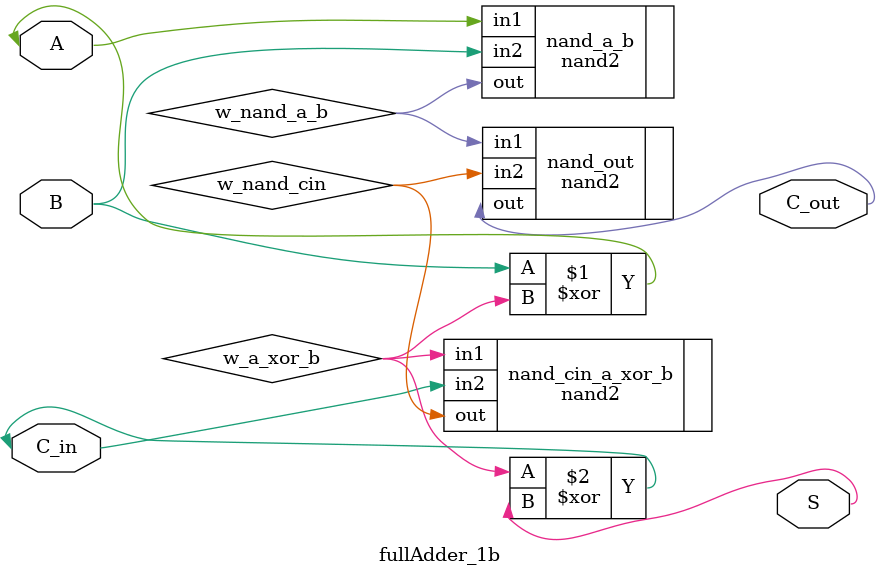
<source format=v>
/*
    CS/ECE 552 Spring '19
    Homework #3, Problem 2
    
    a 1-bit full adder
*/
module fullAdder_1b(A, B, C_in, S, C_out);
    input  A, B;
    input  C_in;
    output S;
    output C_out;

	wire w_a_xor_b, w_nand_a_b, w_nand_cin;

    // YOUR CODE HERE
	//S output
	xor xor_a_b(.in1(A), .in2(B), .out(w_a_xor_b));
	xor xor_cin_a_b(.in1(C_in), .in2(w_a_xor_b), .out(S));

	//C_out output
	nand2 nand_a_b(.in1(A), .in2(B), .out(w_nand_a_b));
	nand2 nand_cin_a_xor_b(.in1(w_a_xor_b), .in2(C_in), .out(w_nand_cin));
	nand2 nand_out(.in1(w_nand_a_b), .in2(w_nand_cin), .out(C_out));

endmodule

</source>
